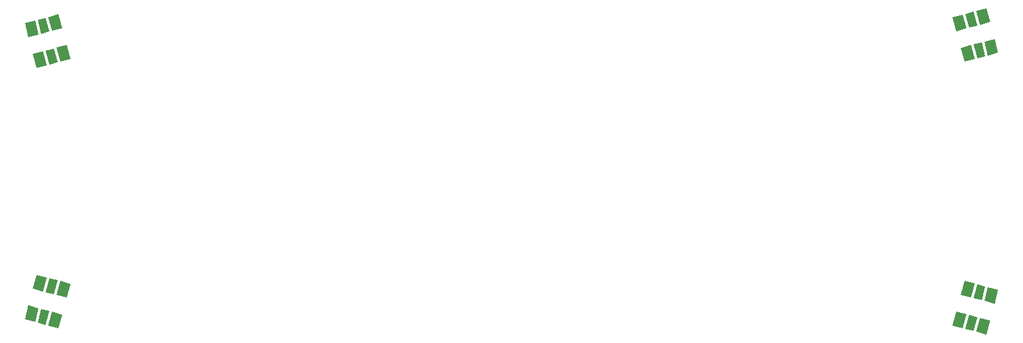
<source format=gbp>
G04 #@! TF.FileFunction,Paste,Bot*
%FSLAX46Y46*%
G04 Gerber Fmt 4.6, Leading zero omitted, Abs format (unit mm)*
G04 Created by KiCad (PCBNEW (2015-05-01 BZR 5636)-product) date Thu 04 Jun 2015 08:42:48 AM PDT*
%MOMM*%
G01*
G04 APERTURE LIST*
%ADD10C,0.100000*%
G04 APERTURE END LIST*
D10*
G36*
X205166975Y-72877878D02*
X206519271Y-72515531D01*
X207011027Y-74350790D01*
X205658731Y-74713137D01*
X205166975Y-72877878D01*
X205166975Y-72877878D01*
G37*
G36*
X203766383Y-73253165D02*
X204828901Y-72968464D01*
X205320657Y-74803723D01*
X204258139Y-75088424D01*
X203766383Y-73253165D01*
X203766383Y-73253165D01*
G37*
G36*
X202076013Y-73706099D02*
X203428309Y-73343752D01*
X203920065Y-75179011D01*
X202567769Y-75541358D01*
X202076013Y-73706099D01*
X202076013Y-73706099D01*
G37*
G36*
X200988973Y-69649210D02*
X202341269Y-69286863D01*
X202833025Y-71122122D01*
X201480729Y-71484469D01*
X200988973Y-69649210D01*
X200988973Y-69649210D01*
G37*
G36*
X202679343Y-69196277D02*
X203741861Y-68911576D01*
X204233617Y-70746835D01*
X203171099Y-71031536D01*
X202679343Y-69196277D01*
X202679343Y-69196277D01*
G37*
G36*
X204079935Y-68820989D02*
X205432231Y-68458642D01*
X205923987Y-70293901D01*
X204571691Y-70656248D01*
X204079935Y-68820989D01*
X204079935Y-68820989D01*
G37*
G36*
X204571691Y-109343752D02*
X205923987Y-109706099D01*
X205432231Y-111541358D01*
X204079935Y-111179011D01*
X204571691Y-109343752D01*
X204571691Y-109343752D01*
G37*
G36*
X203171099Y-108968464D02*
X204233617Y-109253165D01*
X203741861Y-111088424D01*
X202679343Y-110803723D01*
X203171099Y-108968464D01*
X203171099Y-108968464D01*
G37*
G36*
X201480729Y-108515531D02*
X202833025Y-108877878D01*
X202341269Y-110713137D01*
X200988973Y-110350790D01*
X201480729Y-108515531D01*
X201480729Y-108515531D01*
G37*
G36*
X202567769Y-104458642D02*
X203920065Y-104820989D01*
X203428309Y-106656248D01*
X202076013Y-106293901D01*
X202567769Y-104458642D01*
X202567769Y-104458642D01*
G37*
G36*
X204258139Y-104911576D02*
X205320657Y-105196277D01*
X204828901Y-107031536D01*
X203766383Y-106746835D01*
X204258139Y-104911576D01*
X204258139Y-104911576D01*
G37*
G36*
X205658731Y-105286863D02*
X207011027Y-105649210D01*
X206519271Y-107484469D01*
X205166975Y-107122122D01*
X205658731Y-105286863D01*
X205658731Y-105286863D01*
G37*
G36*
X82171691Y-108543752D02*
X83523987Y-108906099D01*
X83032231Y-110741358D01*
X81679935Y-110379011D01*
X82171691Y-108543752D01*
X82171691Y-108543752D01*
G37*
G36*
X80771099Y-108168464D02*
X81833617Y-108453165D01*
X81341861Y-110288424D01*
X80279343Y-110003723D01*
X80771099Y-108168464D01*
X80771099Y-108168464D01*
G37*
G36*
X79080729Y-107715531D02*
X80433025Y-108077878D01*
X79941269Y-109913137D01*
X78588973Y-109550790D01*
X79080729Y-107715531D01*
X79080729Y-107715531D01*
G37*
G36*
X80167769Y-103658642D02*
X81520065Y-104020989D01*
X81028309Y-105856248D01*
X79676013Y-105493901D01*
X80167769Y-103658642D01*
X80167769Y-103658642D01*
G37*
G36*
X81858139Y-104111576D02*
X82920657Y-104396277D01*
X82428901Y-106231536D01*
X81366383Y-105946835D01*
X81858139Y-104111576D01*
X81858139Y-104111576D01*
G37*
G36*
X83258731Y-104486863D02*
X84611027Y-104849210D01*
X84119271Y-106684469D01*
X82766975Y-106322122D01*
X83258731Y-104486863D01*
X83258731Y-104486863D01*
G37*
G36*
X82766975Y-73677878D02*
X84119271Y-73315531D01*
X84611027Y-75150790D01*
X83258731Y-75513137D01*
X82766975Y-73677878D01*
X82766975Y-73677878D01*
G37*
G36*
X81366383Y-74053165D02*
X82428901Y-73768464D01*
X82920657Y-75603723D01*
X81858139Y-75888424D01*
X81366383Y-74053165D01*
X81366383Y-74053165D01*
G37*
G36*
X79676013Y-74506099D02*
X81028309Y-74143752D01*
X81520065Y-75979011D01*
X80167769Y-76341358D01*
X79676013Y-74506099D01*
X79676013Y-74506099D01*
G37*
G36*
X78588973Y-70449210D02*
X79941269Y-70086863D01*
X80433025Y-71922122D01*
X79080729Y-72284469D01*
X78588973Y-70449210D01*
X78588973Y-70449210D01*
G37*
G36*
X80279343Y-69996277D02*
X81341861Y-69711576D01*
X81833617Y-71546835D01*
X80771099Y-71831536D01*
X80279343Y-69996277D01*
X80279343Y-69996277D01*
G37*
G36*
X81679935Y-69620989D02*
X83032231Y-69258642D01*
X83523987Y-71093901D01*
X82171691Y-71456248D01*
X81679935Y-69620989D01*
X81679935Y-69620989D01*
G37*
M02*

</source>
